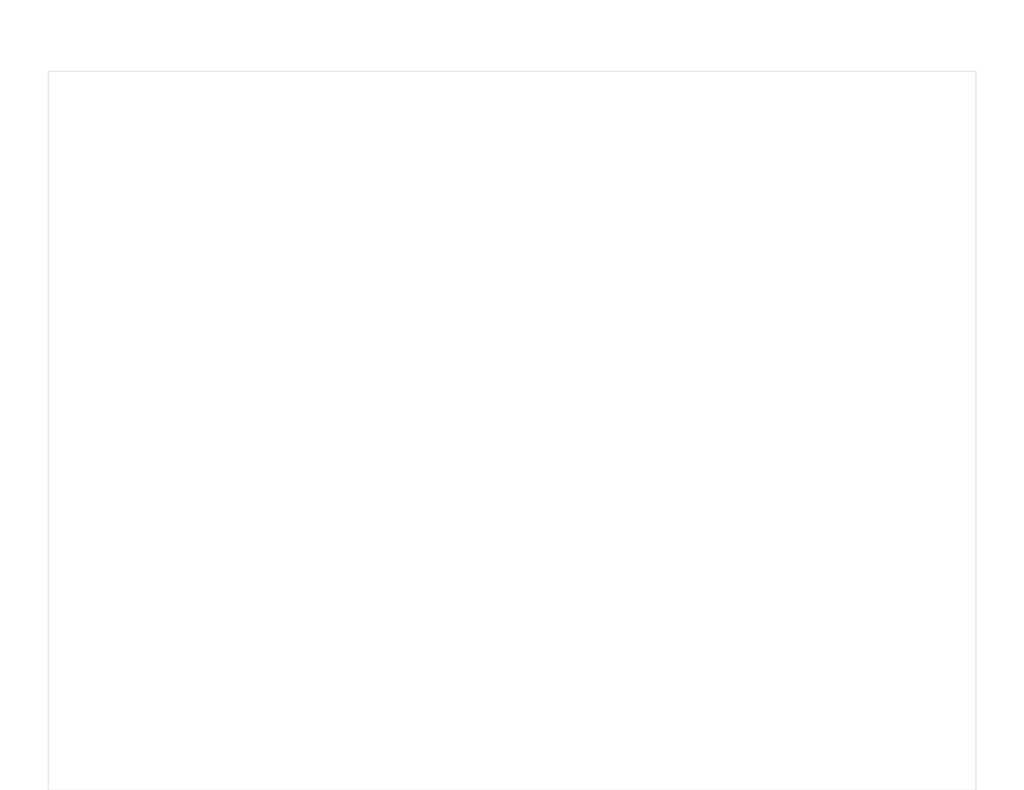
<source format=kicad_pcb>
(kicad_pcb (version 20221018) (generator pcbnew)
  (title_block (title "CC TOF") (date "2020-11-30") (rev "000"))
  (layers (0 "F.Cu" signal) (31 "B.Cu" signal) (34 "B.Paste" user) (35 "F.Paste" user) (36 "B.SilkS" user "B.Silkscreen") (37 "F.SilkS" user "F.Silkscreen") (38 "B.Mask" user) (39 "F.Mask" user) (44 "Edge.Cuts" user))
  (net 0 "")
  (footprint "Mousebites:0.5mm-NPTH-Drill" (layer "F.Cu") (at 107.07 28.545)
    (fp_text reference "REF**" hide)
    (fp_text value "0.5mm-NPTH-Drill" hide)
    (pad "" np_thru_hole circle (at 0 0) (size 0.5 0.5) (drill 0.5) (layers "*.Cu" "*.Mask"))
  )
  (footprint "Mousebites:0.5mm-NPTH-Drill" (layer "F.Cu") (at 107.854 28.545)
    (fp_text reference "REF**" hide)
    (fp_text value "0.5mm-NPTH-Drill" hide)
    (pad "" np_thru_hole circle (at 0 0) (size 0.5 0.5) (drill 0.5) (layers "*.Cu" "*.Mask"))
  )
  (footprint "Mousebites:0.5mm-NPTH-Drill" (layer "F.Cu") (at 47.4 74.085 -90)
    (fp_text reference "REF**" hide)
    (fp_text value "0.5mm-NPTH-Drill" hide)
    (pad "" np_thru_hole circle (at 0 0 270) (size 0.5 0.5) (drill 0.5) (layers "*.Cu" "*.Mask"))
  )
  (footprint "Mousebites:0.5mm-NPTH-Drill" (layer "F.Cu") (at 47.4 75.945 -90)
    (fp_text reference "REF**" hide)
    (fp_text value "0.5mm-NPTH-Drill" hide)
    (pad "" np_thru_hole circle (at 0 0 270) (size 0.5 0.5) (drill 0.5) (layers "*.Cu" "*.Mask"))
  )
  (footprint "Mousebites:0.5mm-NPTH-Drill" (layer "F.Cu") (at 47.4 73.305 -90)
    (fp_text reference "REF**" hide)
    (fp_text value "0.5mm-NPTH-Drill" hide)
    (pad "" np_thru_hole circle (at 0 0 270) (size 0.5 0.5) (drill 0.5) (layers "*.Cu" "*.Mask"))
  )
  (footprint "Mousebites:0.5mm-NPTH-Drill" (layer "F.Cu") (at 47.4 74.865 -90)
    (fp_text reference "REF**" hide)
    (fp_text value "0.5mm-NPTH-Drill" hide)
    (pad "" np_thru_hole circle (at 0 0 270) (size 0.5 0.5) (drill 0.5) (layers "*.Cu" "*.Mask"))
  )
  (footprint "Mousebites:2MM_Stencil_Hole" (layer "F.Cu") (at 109.74 23.785)
    (fp_text reference "REF**" hide)
    (fp_text value "2MM_Stencil_Hole")
    (pad "" np_thru_hole circle (at 0 0) (size 2 2) (drill 2) (layers "*.Cu" "*.Paste" "*.Mask"))
  )
  (footprint "Mousebites:2MM_Stencil_Hole" (layer "F.Cu") (at 43.74 73.61)
    (fp_text reference "REF**" hide)
    (fp_text value "2MM_Stencil_Hole")
    (pad "" np_thru_hole circle (at 0 0) (size 2 2) (drill 2) (layers "*.Cu" "*.Paste" "*.Mask"))
  )
  (footprint "Mousebites:0.5mm-NPTH-Drill" (layer "F.Cu") (at 105.98 29.321 90)
    (fp_text reference "REF**" hide)
    (fp_text value "0.5mm-NPTH-Drill" hide)
    (pad "" np_thru_hole circle (at 0 0 90) (size 0.5 0.5) (drill 0.5) (layers "*.Cu" "*.Mask"))
  )
  (footprint "Mousebites:0.5mm-NPTH-Drill" (layer "F.Cu") (at 105.98 28.543 90)
    (fp_text reference "REF**" hide)
    (fp_text value "0.5mm-NPTH-Drill" hide)
    (pad "" np_thru_hole circle (at 0 0 90) (size 0.5 0.5) (drill 0.5) (layers "*.Cu" "*.Mask"))
  )
  (footprint "Mousebites:0.5mm-NPTH-Drill" (layer "F.Cu") (at 105.98 30.099 90)
    (fp_text reference "REF**" hide)
    (fp_text value "0.5mm-NPTH-Drill" hide)
    (pad "" np_thru_hole circle (at 0 0 90) (size 0.5 0.5) (drill 0.5) (layers "*.Cu" "*.Mask"))
  )
  (footprint "Mousebites:0.5mm-NPTH-Drill" (layer "F.Cu") (at 47.51 31.607 90)
    (fp_text reference "REF**" hide)
    (fp_text value "0.5mm-NPTH-Drill" hide)
    (pad "" np_thru_hole circle (at 0 0 90) (size 0.5 0.5) (drill 0.5) (layers "*.Cu" "*.Mask"))
  )
  (footprint "Mousebites:0.5mm-NPTH-Drill" (layer "F.Cu") (at 47.51 30.829 90)
    (fp_text reference "REF**" hide)
    (fp_text value "0.5mm-NPTH-Drill" hide)
    (pad "" np_thru_hole circle (at 0 0 90) (size 0.5 0.5) (drill 0.5) (layers "*.Cu" "*.Mask"))
  )
  (footprint "Mousebites:0.5mm-NPTH-Drill" (layer "F.Cu") (at 47.51 30.051 90)
    (fp_text reference "REF**" hide)
    (fp_text value "0.5mm-NPTH-Drill" hide)
    (pad "" np_thru_hole circle (at 0 0 90) (size 0.5 0.5) (drill 0.5) (layers "*.Cu" "*.Mask"))
  )
  (footprint "Mousebites:0.5mm-NPTH-Drill" (layer "F.Cu") (at 47.51 29.273 90)
    (fp_text reference "REF**" hide)
    (fp_text value "0.5mm-NPTH-Drill" hide)
    (pad "" np_thru_hole circle (at 0 0 90) (size 0.5 0.5) (drill 0.5) (layers "*.Cu" "*.Mask"))
  )
  (footprint "Mousebites:0.5mm-NPTH-Drill" (layer "F.Cu") (at 47.51 28.495 90)
    (fp_text reference "REF**" hide)
    (fp_text value "0.5mm-NPTH-Drill" hide)
    (pad "" np_thru_hole circle (at 0 0 90) (size 0.5 0.5) (drill 0.5) (layers "*.Cu" "*.Mask"))
  )
  (footprint "Mousebites:0.5mm-NPTH-Drill" (layer "F.Cu") (at 112.05 28.545)
    (fp_text reference "REF**" hide)
    (fp_text value "0.5mm-NPTH-Drill" hide)
    (pad "" np_thru_hole circle (at 0 0) (size 0.5 0.5) (drill 0.5) (layers "*.Cu" "*.Mask"))
  )
  (footprint "Mousebites:0.5mm-NPTH-Drill" (layer "F.Cu") (at 107.07 69.055)
    (fp_text reference "REF**" hide)
    (fp_text value "0.5mm-NPTH-Drill" hide)
    (pad "" np_thru_hole circle (at 0 0) (size 0.5 0.5) (drill 0.5) (layers "*.Cu" "*.Mask"))
  )
  (footprint "Mousebites:0.5mm-NPTH-Drill" (layer "F.Cu") (at 107.854 69.055)
    (fp_text reference "REF**" hide)
    (fp_text value "0.5mm-NPTH-Drill" hide)
    (pad "" np_thru_hole circle (at 0 0) (size 0.5 0.5) (drill 0.5) (layers "*.Cu" "*.Mask"))
  )
  (footprint "Mousebites:0.5mm-NPTH-Drill" (layer "F.Cu") (at 108.638 69.055)
    (fp_text reference "REF**" hide)
    (fp_text value "0.5mm-NPTH-Drill" hide)
    (pad "" np_thru_hole circle (at 0 0) (size 0.5 0.5) (drill 0.5) (layers "*.Cu" "*.Mask"))
  )
  (footprint "Mousebites:0.5mm-NPTH-Drill" (layer "F.Cu") (at 109.422 69.055)
    (fp_text reference "REF**" hide)
    (fp_text value "0.5mm-NPTH-Drill" hide)
    (pad "" np_thru_hole circle (at 0 0) (size 0.5 0.5) (drill 0.5) (layers "*.Cu" "*.Mask"))
  )
  (footprint "Mousebites:0.5mm-NPTH-Drill" (layer "F.Cu") (at 110.206 69.055)
    (fp_text reference "REF**" hide)
    (fp_text value "0.5mm-NPTH-Drill" hide)
    (pad "" np_thru_hole circle (at 0 0) (size 0.5 0.5) (drill 0.5) (layers "*.Cu" "*.Mask"))
  )
  (footprint "Mousebites:0.5mm-NPTH-Drill" (layer "F.Cu") (at 110.99 69.055)
    (fp_text reference "REF**" hide)
    (fp_text value "0.5mm-NPTH-Drill" hide)
    (pad "" np_thru_hole circle (at 0 0) (size 0.5 0.5) (drill 0.5) (layers "*.Cu" "*.Mask"))
  )
  (footprint "Mousebites:0.5mm-NPTH-Drill" (layer "F.Cu") (at 112.05 69.055)
    (fp_text reference "REF**" hide)
    (fp_text value "0.5mm-NPTH-Drill" hide)
    (pad "" np_thru_hole circle (at 0 0) (size 0.5 0.5) (drill 0.5) (layers "*.Cu" "*.Mask"))
  )
  (footprint "Mousebites:0.5mm-NPTH-Drill" (layer "F.Cu") (at 46.44 28.505 180)
    (fp_text reference "REF**" hide)
    (fp_text value "0.5mm-NPTH-Drill" hide)
    (pad "" np_thru_hole circle (at 0 0 180) (size 0.5 0.5) (drill 0.5) (layers "*.Cu" "*.Mask"))
  )
  (footprint "Mousebites:0.5mm-NPTH-Drill" (layer "F.Cu") (at 45.656 28.505 180)
    (fp_text reference "REF**" hide)
    (fp_text value "0.5mm-NPTH-Drill" hide)
    (pad "" np_thru_hole circle (at 0 0 180) (size 0.5 0.5) (drill 0.5) (layers "*.Cu" "*.Mask"))
  )
  (footprint "Mousebites:0.5mm-NPTH-Drill" (layer "F.Cu") (at 44.872 28.505 180)
    (fp_text reference "REF**" hide)
    (fp_text value "0.5mm-NPTH-Drill" hide)
    (pad "" np_thru_hole circle (at 0 0 180) (size 0.5 0.5) (drill 0.5) (layers "*.Cu" "*.Mask"))
  )
  (footprint "Mousebites:0.5mm-NPTH-Drill" (layer "F.Cu") (at 44.088 28.505 180)
    (fp_text reference "REF**" hide)
    (fp_text value "0.5mm-NPTH-Drill" hide)
    (pad "" np_thru_hole circle (at 0 0 180) (size 0.5 0.5) (drill 0.5) (layers "*.Cu" "*.Mask"))
  )
  (footprint "Mousebites:0.5mm-NPTH-Drill" (layer "F.Cu") (at 42.52 28.505 180)
    (fp_text reference "REF**" hide)
    (fp_text value "0.5mm-NPTH-Drill" hide)
    (pad "" np_thru_hole circle (at 0 0 180) (size 0.5 0.5) (drill 0.5) (layers "*.Cu" "*.Mask"))
  )
  (footprint "Mousebites:0.5mm-NPTH-Drill" (layer "F.Cu") (at 43.304 28.505 180)
    (fp_text reference "REF**" hide)
    (fp_text value "0.5mm-NPTH-Drill" hide)
    (pad "" np_thru_hole circle (at 0 0 180) (size 0.5 0.5) (drill 0.5) (layers "*.Cu" "*.Mask"))
  )
  (footprint "Mousebites:0.5mm-NPTH-Drill" (layer "F.Cu") (at 41.46 28.505 180)
    (fp_text reference "REF**" hide)
    (fp_text value "0.5mm-NPTH-Drill" hide)
    (pad "" np_thru_hole circle (at 0 0 180) (size 0.5 0.5) (drill 0.5) (layers "*.Cu" "*.Mask"))
  )
  (footprint "Mousebites:0.5mm-NPTH-Drill" (layer "F.Cu") (at 47.51 39.057 90)
    (fp_text reference "REF**" hide)
    (fp_text value "0.5mm-NPTH-Drill" hide)
    (pad "" np_thru_hole circle (at 0 0 90) (size 0.5 0.5) (drill 0.5) (layers "*.Cu" "*.Mask"))
  )
  (footprint "Mousebites:0.5mm-NPTH-Drill" (layer "F.Cu") (at 47.51 46.507 90)
    (fp_text reference "REF**" hide)
    (fp_text value "0.5mm-NPTH-Drill" hide)
    (pad "" np_thru_hole circle (at 0 0 90) (size 0.5 0.5) (drill 0.5) (layers "*.Cu" "*.Mask"))
  )
  (footprint "Mousebites:0.5mm-NPTH-Drill" (layer "F.Cu") (at 47.51 53.957 90)
    (fp_text reference "REF**" hide)
    (fp_text value "0.5mm-NPTH-Drill" hide)
    (pad "" np_thru_hole circle (at 0 0 90) (size 0.5 0.5) (drill 0.5) (layers "*.Cu" "*.Mask"))
  )
  (footprint "Mousebites:0.5mm-NPTH-Drill" (layer "F.Cu") (at 47.51 61.407 90)
    (fp_text reference "REF**" hide)
    (fp_text value "0.5mm-NPTH-Drill" hide)
    (pad "" np_thru_hole circle (at 0 0 90) (size 0.5 0.5) (drill 0.5) (layers "*.Cu" "*.Mask"))
  )
  (footprint "Mousebites:0.5mm-NPTH-Drill" (layer "F.Cu") (at 47.51 68.857 90)
    (fp_text reference "REF**" hide)
    (fp_text value "0.5mm-NPTH-Drill" hide)
    (pad "" np_thru_hole circle (at 0 0 90) (size 0.5 0.5) (drill 0.5) (layers "*.Cu" "*.Mask"))
  )
  (footprint "Mousebites:0.5mm-NPTH-Drill" (layer "F.Cu") (at 105.98 35.993 90)
    (fp_text reference "REF**" hide)
    (fp_text value "0.5mm-NPTH-Drill" hide)
    (pad "" np_thru_hole circle (at 0 0 90) (size 0.5 0.5) (drill 0.5) (layers "*.Cu" "*.Mask"))
  )
  (footprint "Mousebites:0.5mm-NPTH-Drill" (layer "F.Cu") (at 105.98 43.443 90)
    (fp_text reference "REF**" hide)
    (fp_text value "0.5mm-NPTH-Drill" hide)
    (pad "" np_thru_hole circle (at 0 0 90) (size 0.5 0.5) (drill 0.5) (layers "*.Cu" "*.Mask"))
  )
  (footprint "Mousebites:0.5mm-NPTH-Drill" (layer "F.Cu") (at 105.98 50.893 90)
    (fp_text reference "REF**" hide)
    (fp_text value "0.5mm-NPTH-Drill" hide)
    (pad "" np_thru_hole circle (at 0 0 90) (size 0.5 0.5) (drill 0.5) (layers "*.Cu" "*.Mask"))
  )
  (footprint "Mousebites:0.5mm-NPTH-Drill" (layer "F.Cu") (at 105.98 58.343 90)
    (fp_text reference "REF**" hide)
    (fp_text value "0.5mm-NPTH-Drill" hide)
    (pad "" np_thru_hole circle (at 0 0 90) (size 0.5 0.5) (drill 0.5) (layers "*.Cu" "*.Mask"))
  )
  (footprint "Mousebites:0.5mm-NPTH-Drill" (layer "F.Cu") (at 105.98 65.793 90)
    (fp_text reference "REF**" hide)
    (fp_text value "0.5mm-NPTH-Drill" hide)
    (pad "" np_thru_hole circle (at 0 0 90) (size 0.5 0.5) (drill 0.5) (layers "*.Cu" "*.Mask"))
  )
  (footprint "Mousebites:0.5mm-NPTH-Drill" (layer "F.Cu") (at 47.51 37.501 90)
    (fp_text reference "REF**" hide)
    (fp_text value "0.5mm-NPTH-Drill" hide)
    (pad "" np_thru_hole circle (at 0 0 90) (size 0.5 0.5) (drill 0.5) (layers "*.Cu" "*.Mask"))
  )
  (footprint "Mousebites:0.5mm-NPTH-Drill" (layer "F.Cu") (at 47.51 44.951 90)
    (fp_text reference "REF**" hide)
    (fp_text value "0.5mm-NPTH-Drill" hide)
    (pad "" np_thru_hole circle (at 0 0 90) (size 0.5 0.5) (drill 0.5) (layers "*.Cu" "*.Mask"))
  )
  (footprint "Mousebites:0.5mm-NPTH-Drill" (layer "F.Cu") (at 47.51 52.401 90)
    (fp_text reference "REF**" hide)
    (fp_text value "0.5mm-NPTH-Drill" hide)
    (pad "" np_thru_hole circle (at 0 0 90) (size 0.5 0.5) (drill 0.5) (layers "*.Cu" "*.Mask"))
  )
  (footprint "Mousebites:0.5mm-NPTH-Drill" (layer "F.Cu") (at 47.51 59.851 90)
    (fp_text reference "REF**" hide)
    (fp_text value "0.5mm-NPTH-Drill" hide)
    (pad "" np_thru_hole circle (at 0 0 90) (size 0.5 0.5) (drill 0.5) (layers "*.Cu" "*.Mask"))
  )
  (footprint "Mousebites:0.5mm-NPTH-Drill" (layer "F.Cu") (at 47.51 67.301 90)
    (fp_text reference "REF**" hide)
    (fp_text value "0.5mm-NPTH-Drill" hide)
    (pad "" np_thru_hole circle (at 0 0 90) (size 0.5 0.5) (drill 0.5) (layers "*.Cu" "*.Mask"))
  )
  (footprint "Mousebites:0.5mm-NPTH-Drill" (layer "F.Cu") (at 105.98 38.327 90)
    (fp_text reference "REF**" hide)
    (fp_text value "0.5mm-NPTH-Drill" hide)
    (pad "" np_thru_hole circle (at 0 0 90) (size 0.5 0.5) (drill 0.5) (layers "*.Cu" "*.Mask"))
  )
  (footprint "Mousebites:0.5mm-NPTH-Drill" (layer "F.Cu") (at 105.98 45.777 90)
    (fp_text reference "REF**" hide)
    (fp_text value "0.5mm-NPTH-Drill" hide)
    (pad "" np_thru_hole circle (at 0 0 90) (size 0.5 0.5) (drill 0.5) (layers "*.Cu" "*.Mask"))
  )
  (footprint "Mousebites:0.5mm-NPTH-Drill" (layer "F.Cu") (at 105.98 53.227 90)
    (fp_text reference "REF**" hide)
    (fp_text value "0.5mm-NPTH-Drill" hide)
    (pad "" np_thru_hole circle (at 0 0 90) (size 0.5 0.5) (drill 0.5) (layers "*.Cu" "*.Mask"))
  )
  (footprint "Mousebites:0.5mm-NPTH-Drill" (layer "F.Cu") (at 105.98 60.677 90)
    (fp_text reference "REF**" hide)
    (fp_text value "0.5mm-NPTH-Drill" hide)
    (pad "" np_thru_hole circle (at 0 0 90) (size 0.5 0.5) (drill 0.5) (layers "*.Cu" "*.Mask"))
  )
  (footprint "Mousebites:0.5mm-NPTH-Drill" (layer "F.Cu") (at 105.98 68.127 90)
    (fp_text reference "REF**" hide)
    (fp_text value "0.5mm-NPTH-Drill" hide)
    (pad "" np_thru_hole circle (at 0 0 90) (size 0.5 0.5) (drill 0.5) (layers "*.Cu" "*.Mask"))
  )
  (footprint "Mousebites:0.5mm-NPTH-Drill" (layer "F.Cu") (at 47.51 36.723 90)
    (fp_text reference "REF**" hide)
    (fp_text value "0.5mm-NPTH-Drill" hide)
    (pad "" np_thru_hole circle (at 0 0 90) (size 0.5 0.5) (drill 0.5) (layers "*.Cu" "*.Mask"))
  )
  (footprint "Mousebites:0.5mm-NPTH-Drill" (layer "F.Cu") (at 47.51 44.173 90)
    (fp_text reference "REF**" hide)
    (fp_text value "0.5mm-NPTH-Drill" hide)
    (pad "" np_thru_hole circle (at 0 0 90) (size 0.5 0.5) (drill 0.5) (layers "*.Cu" "*.Mask"))
  )
  (footprint "Mousebites:0.5mm-NPTH-Drill" (layer "F.Cu") (at 47.51 51.623 90)
    (fp_text reference "REF**" hide)
    (fp_text value "0.5mm-NPTH-Drill" hide)
    (pad "" np_thru_hole circle (at 0 0 90) (size 0.5 0.5) (drill 0.5) (layers "*.Cu" "*.Mask"))
  )
  (footprint "Mousebites:0.5mm-NPTH-Drill" (layer "F.Cu") (at 47.51 59.073 90)
    (fp_text reference "REF**" hide)
    (fp_text value "0.5mm-NPTH-Drill" hide)
    (pad "" np_thru_hole circle (at 0 0 90) (size 0.5 0.5) (drill 0.5) (layers "*.Cu" "*.Mask"))
  )
  (footprint "Mousebites:0.5mm-NPTH-Drill" (layer "F.Cu") (at 47.51 66.523 90)
    (fp_text reference "REF**" hide)
    (fp_text value "0.5mm-NPTH-Drill" hide)
    (pad "" np_thru_hole circle (at 0 0 90) (size 0.5 0.5) (drill 0.5) (layers "*.Cu" "*.Mask"))
  )
  (footprint "Mousebites:0.5mm-NPTH-Drill" (layer "F.Cu") (at 105.98 39.105 90)
    (fp_text reference "REF**" hide)
    (fp_text value "0.5mm-NPTH-Drill" hide)
    (pad "" np_thru_hole circle (at 0 0 90) (size 0.5 0.5) (drill 0.5) (layers "*.Cu" "*.Mask"))
  )
  (footprint "Mousebites:0.5mm-NPTH-Drill" (layer "F.Cu") (at 105.98 46.555 90)
    (fp_text reference "REF**" hide)
    (fp_text value "0.5mm-NPTH-Drill" hide)
    (pad "" np_thru_hole circle (at 0 0 90) (size 0.5 0.5) (drill 0.5) (layers "*.Cu" "*.Mask"))
  )
  (footprint "Mousebites:0.5mm-NPTH-Drill" (layer "F.Cu") (at 105.98 54.005 90)
    (fp_text reference "REF**" hide)
    (fp_text value "0.5mm-NPTH-Drill" hide)
    (pad "" np_thru_hole circle (at 0 0 90) (size 0.5 0.5) (drill 0.5) (layers "*.Cu" "*.Mask"))
  )
  (footprint "Mousebites:0.5mm-NPTH-Drill" (layer "F.Cu") (at 105.98 61.455 90)
    (fp_text reference "REF**" hide)
    (fp_text value "0.5mm-NPTH-Drill" hide)
    (pad "" np_thru_hole circle (at 0 0 90) (size 0.5 0.5) (drill 0.5) (layers "*.Cu" "*.Mask"))
  )
  (footprint "Mousebites:0.5mm-NPTH-Drill" (layer "F.Cu") (at 105.98 68.905 90)
    (fp_text reference "REF**" hide)
    (fp_text value "0.5mm-NPTH-Drill" hide)
    (pad "" np_thru_hole circle (at 0 0 90) (size 0.5 0.5) (drill 0.5) (layers "*.Cu" "*.Mask"))
  )
  (footprint "Mousebites:0.5mm-NPTH-Drill" (layer "F.Cu") (at 105.98 37.549 90)
    (fp_text reference "REF**" hide)
    (fp_text value "0.5mm-NPTH-Drill" hide)
    (pad "" np_thru_hole circle (at 0 0 90) (size 0.5 0.5) (drill 0.5) (layers "*.Cu" "*.Mask"))
  )
  (footprint "Mousebites:0.5mm-NPTH-Drill" (layer "F.Cu") (at 105.98 44.999 90)
    (fp_text reference "REF**" hide)
    (fp_text value "0.5mm-NPTH-Drill" hide)
    (pad "" np_thru_hole circle (at 0 0 90) (size 0.5 0.5) (drill 0.5) (layers "*.Cu" "*.Mask"))
  )
  (footprint "Mousebites:0.5mm-NPTH-Drill" (layer "F.Cu") (at 105.98 52.449 90)
    (fp_text reference "REF**" hide)
    (fp_text value "0.5mm-NPTH-Drill" hide)
    (pad "" np_thru_hole circle (at 0 0 90) (size 0.5 0.5) (drill 0.5) (layers "*.Cu" "*.Mask"))
  )
  (footprint "Mousebites:0.5mm-NPTH-Drill" (layer "F.Cu") (at 105.98 59.899 90)
    (fp_text reference "REF**" hide)
    (fp_text value "0.5mm-NPTH-Drill" hide)
    (pad "" np_thru_hole circle (at 0 0 90) (size 0.5 0.5) (drill 0.5) (layers "*.Cu" "*.Mask"))
  )
  (footprint "Mousebites:0.5mm-NPTH-Drill" (layer "F.Cu") (at 105.98 67.349 90)
    (fp_text reference "REF**" hide)
    (fp_text value "0.5mm-NPTH-Drill" hide)
    (pad "" np_thru_hole circle (at 0 0 90) (size 0.5 0.5) (drill 0.5) (layers "*.Cu" "*.Mask"))
  )
  (footprint "Mousebites:0.5mm-NPTH-Drill" (layer "F.Cu") (at 105.98 36.771 90)
    (fp_text reference "REF**" hide)
    (fp_text value "0.5mm-NPTH-Drill" hide)
    (pad "" np_thru_hole circle (at 0 0 90) (size 0.5 0.5) (drill 0.5) (layers "*.Cu" "*.Mask"))
  )
  (footprint "Mousebites:0.5mm-NPTH-Drill" (layer "F.Cu") (at 105.98 44.221 90)
    (fp_text reference "REF**" hide)
    (fp_text value "0.5mm-NPTH-Drill" hide)
    (pad "" np_thru_hole circle (at 0 0 90) (size 0.5 0.5) (drill 0.5) (layers "*.Cu" "*.Mask"))
  )
  (footprint "Mousebites:0.5mm-NPTH-Drill" (layer "F.Cu") (at 105.98 51.671 90)
    (fp_text reference "REF**" hide)
    (fp_text value "0.5mm-NPTH-Drill" hide)
    (pad "" np_thru_hole circle (at 0 0 90) (size 0.5 0.5) (drill 0.5) (layers "*.Cu" "*.Mask"))
  )
  (footprint "Mousebites:0.5mm-NPTH-Drill" (layer "F.Cu") (at 105.98 59.121 90)
    (fp_text reference "REF**" hide)
    (fp_text value "0.5mm-NPTH-Drill" hide)
    (pad "" np_thru_hole circle (at 0 0 90) (size 0.5 0.5) (drill 0.5) (layers "*.Cu" "*.Mask"))
  )
  (footprint "Mousebites:0.5mm-NPTH-Drill" (layer "F.Cu") (at 105.98 66.571 90)
    (fp_text reference "REF**" hide)
    (fp_text value "0.5mm-NPTH-Drill" hide)
    (pad "" np_thru_hole circle (at 0 0 90) (size 0.5 0.5) (drill 0.5) (layers "*.Cu" "*.Mask"))
  )
  (footprint "Mousebites:0.5mm-NPTH-Drill" (layer "F.Cu") (at 47.51 35.945 90)
    (fp_text reference "REF**" hide)
    (fp_text value "0.5mm-NPTH-Drill" hide)
    (pad "" np_thru_hole circle (at 0 0 90) (size 0.5 0.5) (drill 0.5) (layers "*.Cu" "*.Mask"))
  )
  (footprint "Mousebites:0.5mm-NPTH-Drill" (layer "F.Cu") (at 47.51 43.395 90)
    (fp_text reference "REF**" hide)
    (fp_text value "0.5mm-NPTH-Drill" hide)
    (pad "" np_thru_hole circle (at 0 0 90) (size 0.5 0.5) (drill 0.5) (layers "*.Cu" "*.Mask"))
  )
  (footprint "Mousebites:0.5mm-NPTH-Drill" (layer "F.Cu") (at 47.51 50.845 90)
    (fp_text reference "REF**" hide)
    (fp_text value "0.5mm-NPTH-Drill" hide)
    (pad "" np_thru_hole circle (at 0 0 90) (size 0.5 0.5) (drill 0.5) (layers "*.Cu" "*.Mask"))
  )
  (footprint "Mousebites:0.5mm-NPTH-Drill" (layer "F.Cu") (at 47.51 58.295 90)
    (fp_text reference "REF**" hide)
    (fp_text value "0.5mm-NPTH-Drill" hide)
    (pad "" np_thru_hole circle (at 0 0 90) (size 0.5 0.5) (drill 0.5) (layers "*.Cu" "*.Mask"))
  )
  (footprint "Mousebites:0.5mm-NPTH-Drill" (layer "F.Cu") (at 47.51 65.745 90)
    (fp_text reference "REF**" hide)
    (fp_text value "0.5mm-NPTH-Drill" hide)
    (pad "" np_thru_hole circle (at 0 0 90) (size 0.5 0.5) (drill 0.5) (layers "*.Cu" "*.Mask"))
  )
  (footprint "Mousebites:0.5mm-NPTH-Drill" (layer "F.Cu") (at 47.51 38.279 90)
    (fp_text reference "REF**" hide)
    (fp_text value "0.5mm-NPTH-Drill" hide)
    (pad "" np_thru_hole circle (at 0 0 90) (size 0.5 0.5) (drill 0.5) (layers "*.Cu" "*.Mask"))
  )
  (footprint "Mousebites:0.5mm-NPTH-Drill" (layer "F.Cu") (at 47.51 45.729 90)
    (fp_text reference "REF**" hide)
    (fp_text value "0.5mm-NPTH-Drill" hide)
    (pad "" np_thru_hole circle (at 0 0 90) (size 0.5 0.5) (drill 0.5) (layers "*.Cu" "*.Mask"))
  )
  (footprint "Mousebites:0.5mm-NPTH-Drill" (layer "F.Cu") (at 47.51 53.179 90)
    (fp_text reference "REF**" hide)
    (fp_text value "0.5mm-NPTH-Drill" hide)
    (pad "" np_thru_hole circle (at 0 0 90) (size 0.5 0.5) (drill 0.5) (layers "*.Cu" "*.Mask"))
  )
  (footprint "Mousebites:0.5mm-NPTH-Drill" (layer "F.Cu") (at 47.51 60.629 90)
    (fp_text reference "REF**" hide)
    (fp_text value "0.5mm-NPTH-Drill" hide)
    (pad "" np_thru_hole circle (at 0 0 90) (size 0.5 0.5) (drill 0.5) (layers "*.Cu" "*.Mask"))
  )
  (footprint "Mousebites:0.5mm-NPTH-Drill" (layer "F.Cu") (at 47.51 68.079 90)
    (fp_text reference "REF**" hide)
    (fp_text value "0.5mm-NPTH-Drill" hide)
    (pad "" np_thru_hole circle (at 0 0 90) (size 0.5 0.5) (drill 0.5) (layers "*.Cu" "*.Mask"))
  )
  (footprint "Mousebites:0.5mm-NPTH-Drill" (layer "F.Cu") (at 105.8 74.045 -90)
    (fp_text reference "REF**" hide)
    (fp_text value "0.5mm-NPTH-Drill" hide)
    (pad "" np_thru_hole circle (at 0 0 270) (size 0.5 0.5) (drill 0.5) (layers "*.Cu" "*.Mask"))
  )
  (footprint "Mousebites:0.5mm-NPTH-Drill" (layer "F.Cu") (at 109.422 28.545)
    (fp_text reference "REF**" hide)
    (fp_text value "0.5mm-NPTH-Drill" hide)
    (pad "" np_thru_hole circle (at 0 0) (size 0.5 0.5) (drill 0.5) (layers "*.Cu" "*.Mask"))
  )
  (footprint "Mousebites:0.5mm-NPTH-Drill" (layer "F.Cu") (at 105.8 21.545 90)
    (fp_text reference "REF**" hide)
    (fp_text value "0.5mm-NPTH-Drill" hide)
    (pad "" np_thru_hole circle (at 0 0 90) (size 0.5 0.5) (drill 0.5) (layers "*.Cu" "*.Mask"))
  )
  (footprint "Mousebites:0.5mm-NPTH-Drill" (layer "F.Cu") (at 47.4 23.445 90)
    (fp_text reference "REF**" hide)
    (fp_text value "0.5mm-NPTH-Drill" hide)
    (pad "" np_thru_hole circle (at 0 0 90) (size 0.5 0.5) (drill 0.5) (layers "*.Cu" "*.Mask"))
  )
  (footprint "Mousebites:0.5mm-NPTH-Drill" (layer "F.Cu") (at 105.8 22.625 90)
    (fp_text reference "REF**" hide)
    (fp_text value "0.5mm-NPTH-Drill" hide)
    (pad "" np_thru_hole circle (at 0 0 90) (size 0.5 0.5) (drill 0.5) (layers "*.Cu" "*.Mask"))
  )
  (footprint "Mousebites:0.5mm-NPTH-Drill" (layer "F.Cu") (at 110.99 28.545)
    (fp_text reference "REF**" hide)
    (fp_text value "0.5mm-NPTH-Drill" hide)
    (pad "" np_thru_hole circle (at 0 0) (size 0.5 0.5) (drill 0.5) (layers "*.Cu" "*.Mask"))
  )
  (footprint "Mousebites:0.5mm-NPTH-Drill" (layer "F.Cu") (at 41.49 69.035 180)
    (fp_text reference "REF**" hide)
    (fp_text value "0.5mm-NPTH-Drill" hide)
    (pad "" np_thru_hole circle (at 0 0 180) (size 0.5 0.5) (drill 0.5) (layers "*.Cu" "*.Mask"))
  )
  (footprint "Mousebites:0.5mm-NPTH-Drill" (layer "F.Cu") (at 44.902 69.035 180)
    (fp_text reference "REF**" hide)
    (fp_text value "0.5mm-NPTH-Drill" hide)
    (pad "" np_thru_hole circle (at 0 0 180) (size 0.5 0.5) (drill 0.5) (layers "*.Cu" "*.Mask"))
  )
  (footprint "Mousebites:0.5mm-NPTH-Drill" (layer "F.Cu") (at 105.8 73.265 -90)
    (fp_text reference "REF**" hide)
    (fp_text value "0.5mm-NPTH-Drill" hide)
    (pad "" np_thru_hole circle (at 0 0 270) (size 0.5 0.5) (drill 0.5) (layers "*.Cu" "*.Mask"))
  )
  (footprint "Mousebites:0.5mm-NPTH-Drill" (layer "F.Cu") (at 47.4 21.585 90)
    (fp_text reference "REF**" hide)
    (fp_text value "0.5mm-NPTH-Drill" hide)
    (pad "" np_thru_hole circle (at 0 0 90) (size 0.5 0.5) (drill 0.5) (layers "*.Cu" "*.Mask"))
  )
  (footprint "Mousebites:0.5mm-NPTH-Drill" (layer "F.Cu") (at 108.638 28.545)
    (fp_text reference "REF**" hide)
    (fp_text value "0.5mm-NPTH-Drill" hide)
    (pad "" np_thru_hole circle (at 0 0) (size 0.5 0.5) (drill 0.5) (layers "*.Cu" "*.Mask"))
  )
  (footprint "Mousebites:0.5mm-NPTH-Drill" (layer "F.Cu") (at 42.55 69.035 180)
    (fp_text reference "REF**" hide)
    (fp_text value "0.5mm-NPTH-Drill" hide)
    (pad "" np_thru_hole circle (at 0 0 180) (size 0.5 0.5) (drill 0.5) (layers "*.Cu" "*.Mask"))
  )
  (footprint "Mousebites:0.5mm-NPTH-Drill" (layer "F.Cu") (at 46.47 69.035 180)
    (fp_text reference "REF**" hide)
    (fp_text value "0.5mm-NPTH-Drill" hide)
    (pad "" np_thru_hole circle (at 0 0 180) (size 0.5 0.5) (drill 0.5) (layers "*.Cu" "*.Mask"))
  )
  (footprint "Mousebites:0.5mm-NPTH-Drill" (layer "F.Cu") (at 105.98 31.655 90)
    (fp_text reference "REF**" hide)
    (fp_text value "0.5mm-NPTH-Drill" hide)
    (pad "" np_thru_hole circle (at 0 0 90) (size 0.5 0.5) (drill 0.5) (layers "*.Cu" "*.Mask"))
  )
  (footprint "Mousebites:0.5mm-NPTH-Drill" (layer "F.Cu") (at 45.686 69.035 180)
    (fp_text reference "REF**" hide)
    (fp_text value "0.5mm-NPTH-Drill" hide)
    (pad "" np_thru_hole circle (at 0 0 180) (size 0.5 0.5) (drill 0.5) (layers "*.Cu" "*.Mask"))
  )
  (footprint "Mousebites:0.5mm-NPTH-Drill" (layer "F.Cu") (at 105.8 23.405 90)
    (fp_text reference "REF**" hide)
    (fp_text value "0.5mm-NPTH-Drill" hide)
    (pad "" np_thru_hole circle (at 0 0 90) (size 0.5 0.5) (drill 0.5) (layers "*.Cu" "*.Mask"))
  )
  (footprint "Mousebites:0.5mm-NPTH-Drill" (layer "F.Cu") (at 44.118 69.035 180)
    (fp_text reference "REF**" hide)
    (fp_text value "0.5mm-NPTH-Drill" hide)
    (pad "" np_thru_hole circle (at 0 0 180) (size 0.5 0.5) (drill 0.5) (layers "*.Cu" "*.Mask"))
  )
  (footprint "Mousebites:0.5mm-NPTH-Drill" (layer "F.Cu") (at 105.98 30.877 90)
    (fp_text reference "REF**" hide)
    (fp_text value "0.5mm-NPTH-Drill" hide)
    (pad "" np_thru_hole circle (at 0 0 90) (size 0.5 0.5) (drill 0.5) (layers "*.Cu" "*.Mask"))
  )
  (footprint "Mousebites:0.5mm-NPTH-Drill" (layer "F.Cu") (at 47.4 22.665 90)
    (fp_text reference "REF**" hide)
    (fp_text value "0.5mm-NPTH-Drill" hide)
    (pad "" np_thru_hole circle (at 0 0 90) (size 0.5 0.5) (drill 0.5) (layers "*.Cu" "*.Mask"))
  )
  (footprint "Mousebites:0.5mm-NPTH-Drill" (layer "F.Cu") (at 43.334 69.035 180)
    (fp_text reference "REF**" hide)
    (fp_text value "0.5mm-NPTH-Drill" hide)
    (pad "" np_thru_hole circle (at 0 0 180) (size 0.5 0.5) (drill 0.5) (layers "*.Cu" "*.Mask"))
  )
  (footprint "Mousebites:0.5mm-NPTH-Drill" (layer "F.Cu") (at 110.206 28.545)
    (fp_text reference "REF**" hide)
    (fp_text value "0.5mm-NPTH-Drill" hide)
    (pad "" np_thru_hole circle (at 0 0) (size 0.5 0.5) (drill 0.5) (layers "*.Cu" "*.Mask"))
  )
  (footprint "Mousebites:0.5mm-NPTH-Drill" (layer "F.Cu") (at 105.8 24.185 90)
    (fp_text reference "REF**" hide)
    (fp_text value "0.5mm-NPTH-Drill" hide)
    (pad "" np_thru_hole circle (at 0 0 90) (size 0.5 0.5) (drill 0.5) (layers "*.Cu" "*.Mask"))
  )
  (footprint "Mousebites:0.5mm-NPTH-Drill" (layer "F.Cu") (at 105.8 75.905 -90)
    (fp_text reference "REF**" hide)
    (fp_text value "0.5mm-NPTH-Drill" hide)
    (pad "" np_thru_hole circle (at 0 0 270) (size 0.5 0.5) (drill 0.5) (layers "*.Cu" "*.Mask"))
  )
  (footprint "Mousebites:0.5mm-NPTH-Drill" (layer "F.Cu") (at 47.4 24.225 90)
    (fp_text reference "REF**" hide)
    (fp_text value "0.5mm-NPTH-Drill" hide)
    (pad "" np_thru_hole circle (at 0 0 90) (size 0.5 0.5) (drill 0.5) (layers "*.Cu" "*.Mask"))
  )
  (footprint "Mousebites:0.5mm-NPTH-Drill" (layer "F.Cu") (at 105.8 74.825 -90)
    (fp_text reference "REF**" hide)
    (fp_text value "0.5mm-NPTH-Drill" hide)
    (pad "" np_thru_hole circle (at 0 0 270) (size 0.5 0.5) (drill 0.5) (layers "*.Cu" "*.Mask"))
  )
  (gr_line (start 112.74 76.61) (end 112.74 20.785) (stroke (width 0.05)) (layer "Edge.Cuts"))
  (gr_line (start 40.74 76.61) (end 40.74 20.785) (stroke (width 0.05)) (layer "Edge.Cuts"))
  (gr_line (start 112.74 76.61) (end 40.74 76.61) (stroke (width 0.05)) (layer "Edge.Cuts"))
  (gr_line (start 40.74 20.785) (end 112.74 20.785) (stroke (width 0.05)) (layer "Edge.Cuts"))
)
</source>
